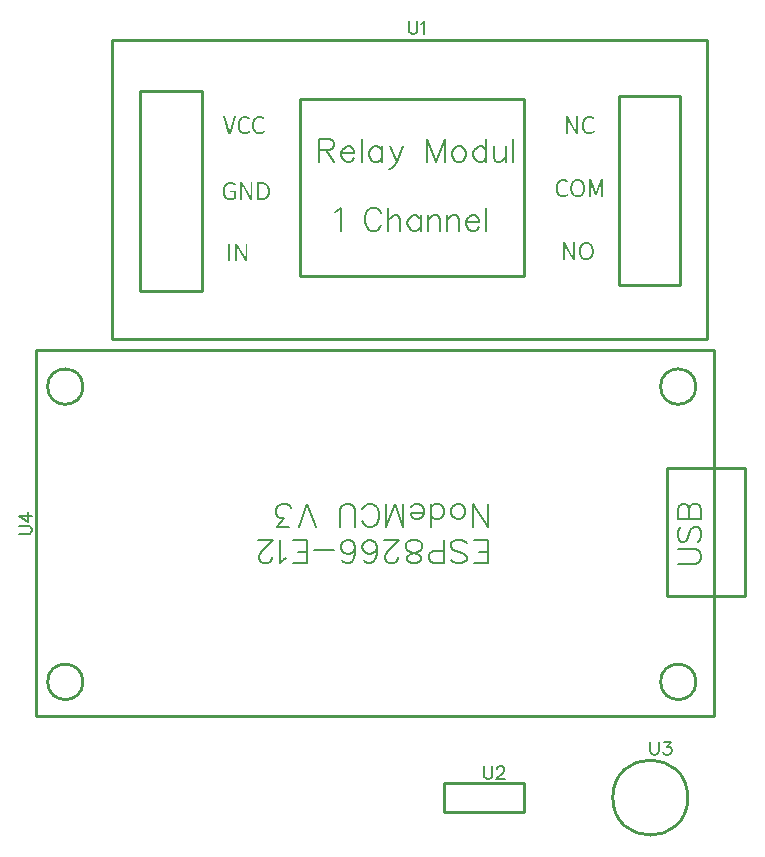
<source format=gto>
G04 Layer: TopSilkscreenLayer*
G04 EasyEDA v6.5.23, 2023-05-29 03:48:35*
G04 b1c44b26816341a292666476a3caf7de,51573694c6ad4d119dcc01f1d09fdc26,10*
G04 Gerber Generator version 0.2*
G04 Scale: 100 percent, Rotated: No, Reflected: No *
G04 Dimensions in millimeters *
G04 leading zeros omitted , absolute positions ,4 integer and 5 decimal *
%FSLAX45Y45*%
%MOMM*%

%ADD10C,0.1524*%
%ADD11C,0.2032*%
%ADD12C,0.2540*%

%LPD*%
G36*
X9639046Y6266434D02*
G01*
X9633508Y6266230D01*
X9628073Y6265570D01*
X9622840Y6264503D01*
X9617811Y6263030D01*
X9612985Y6261100D01*
X9608362Y6258814D01*
X9603994Y6256172D01*
X9599828Y6253073D01*
X9595916Y6249670D01*
X9592310Y6245860D01*
X9588957Y6241694D01*
X9585909Y6237173D01*
X9583166Y6232347D01*
X9580778Y6227165D01*
X9578695Y6221628D01*
X9576968Y6215837D01*
X9575596Y6209690D01*
X9574580Y6203238D01*
X9573971Y6196482D01*
X9573768Y6189472D01*
X9573971Y6182360D01*
X9574580Y6175603D01*
X9575546Y6169101D01*
X9576866Y6162954D01*
X9578594Y6157112D01*
X9580626Y6151575D01*
X9583013Y6146393D01*
X9585706Y6141516D01*
X9588703Y6137046D01*
X9591954Y6132880D01*
X9595510Y6129121D01*
X9599320Y6125718D01*
X9603384Y6122670D01*
X9607702Y6120028D01*
X9612223Y6117742D01*
X9616998Y6115862D01*
X9621926Y6114440D01*
X9627057Y6113373D01*
X9632340Y6112713D01*
X9637776Y6112510D01*
X9644786Y6112865D01*
X9651390Y6113932D01*
X9657537Y6115659D01*
X9663328Y6118047D01*
X9668764Y6121044D01*
X9673793Y6124702D01*
X9678568Y6128969D01*
X9682988Y6133846D01*
X9673844Y6144260D01*
X9670084Y6140399D01*
X9666173Y6136995D01*
X9662160Y6134100D01*
X9657892Y6131661D01*
X9653473Y6129731D01*
X9648748Y6128359D01*
X9643821Y6127546D01*
X9638538Y6127242D01*
X9633204Y6127546D01*
X9628124Y6128359D01*
X9623298Y6129731D01*
X9618776Y6131610D01*
X9614560Y6133998D01*
X9610648Y6136894D01*
X9607092Y6140246D01*
X9603841Y6144107D01*
X9600946Y6148374D01*
X9598355Y6153099D01*
X9596170Y6158230D01*
X9594342Y6163767D01*
X9592919Y6169710D01*
X9591903Y6176010D01*
X9591243Y6182715D01*
X9591040Y6189726D01*
X9591243Y6196736D01*
X9591903Y6203391D01*
X9592970Y6209690D01*
X9594494Y6215583D01*
X9596374Y6221120D01*
X9598609Y6226200D01*
X9601250Y6230874D01*
X9604197Y6235090D01*
X9607550Y6238900D01*
X9611207Y6242202D01*
X9615170Y6245047D01*
X9619437Y6247434D01*
X9624009Y6249263D01*
X9628835Y6250635D01*
X9633966Y6251448D01*
X9639300Y6251702D01*
X9648494Y6250635D01*
X9656673Y6247739D01*
X9663836Y6243218D01*
X9670034Y6237478D01*
X9679432Y6248400D01*
X9675977Y6251854D01*
X9672015Y6255207D01*
X9667595Y6258255D01*
X9662769Y6260947D01*
X9657486Y6263182D01*
X9651746Y6264960D01*
X9645599Y6266027D01*
G37*
G36*
X9761728Y6266434D02*
G01*
X9756190Y6266230D01*
X9750755Y6265570D01*
X9745522Y6264503D01*
X9740493Y6263030D01*
X9735667Y6261100D01*
X9731044Y6258814D01*
X9726676Y6256172D01*
X9722510Y6253073D01*
X9718598Y6249670D01*
X9714992Y6245860D01*
X9711639Y6241694D01*
X9708591Y6237173D01*
X9705848Y6232347D01*
X9703460Y6227165D01*
X9701377Y6221628D01*
X9699650Y6215837D01*
X9698278Y6209690D01*
X9697262Y6203238D01*
X9696653Y6196482D01*
X9696450Y6189472D01*
X9696653Y6182360D01*
X9697262Y6175603D01*
X9698228Y6169101D01*
X9699548Y6162954D01*
X9701276Y6157112D01*
X9703308Y6151575D01*
X9705695Y6146393D01*
X9708388Y6141516D01*
X9711385Y6137046D01*
X9714636Y6132880D01*
X9718192Y6129121D01*
X9722002Y6125718D01*
X9726066Y6122670D01*
X9730384Y6120028D01*
X9734905Y6117742D01*
X9739680Y6115862D01*
X9744608Y6114440D01*
X9749739Y6113373D01*
X9755022Y6112713D01*
X9760458Y6112510D01*
X9767468Y6112865D01*
X9774072Y6113932D01*
X9780270Y6115659D01*
X9786061Y6118047D01*
X9791496Y6121044D01*
X9796627Y6124702D01*
X9801402Y6128969D01*
X9805924Y6133846D01*
X9796526Y6144260D01*
X9792766Y6140399D01*
X9788855Y6136995D01*
X9784842Y6134100D01*
X9780574Y6131661D01*
X9776155Y6129731D01*
X9771430Y6128359D01*
X9766503Y6127546D01*
X9761220Y6127242D01*
X9755886Y6127546D01*
X9750806Y6128359D01*
X9745980Y6129731D01*
X9741458Y6131610D01*
X9737242Y6133998D01*
X9733330Y6136894D01*
X9729774Y6140246D01*
X9726523Y6144107D01*
X9723628Y6148374D01*
X9721037Y6153099D01*
X9718852Y6158230D01*
X9717024Y6163767D01*
X9715601Y6169710D01*
X9714585Y6176010D01*
X9713925Y6182715D01*
X9713722Y6189726D01*
X9713925Y6196736D01*
X9714585Y6203391D01*
X9715652Y6209690D01*
X9717176Y6215583D01*
X9719056Y6221120D01*
X9721291Y6226200D01*
X9723932Y6230874D01*
X9726879Y6235090D01*
X9730232Y6238900D01*
X9733889Y6242202D01*
X9737852Y6245047D01*
X9742119Y6247434D01*
X9746691Y6249263D01*
X9751517Y6250635D01*
X9756648Y6251448D01*
X9761982Y6251702D01*
X9771176Y6250635D01*
X9779355Y6247739D01*
X9786518Y6243218D01*
X9792716Y6237478D01*
X9802114Y6248400D01*
X9798710Y6251854D01*
X9794798Y6255207D01*
X9790430Y6258255D01*
X9785553Y6260947D01*
X9780219Y6263182D01*
X9774478Y6264960D01*
X9768281Y6266027D01*
G37*
G36*
X9449308Y6263894D02*
G01*
X9497060Y6115050D01*
X9516364Y6115050D01*
X9563862Y6263894D01*
X9546844Y6263894D01*
X9509302Y6138976D01*
X9507220Y6132576D01*
X9506458Y6132576D01*
X9499041Y6157061D01*
X9491980Y6181598D01*
X9466834Y6263894D01*
G37*
G36*
X9515602Y5707634D02*
G01*
X9509760Y5707430D01*
X9504121Y5706770D01*
X9498685Y5705703D01*
X9493453Y5704230D01*
X9488424Y5702300D01*
X9483648Y5700014D01*
X9479076Y5697372D01*
X9474809Y5694273D01*
X9470796Y5690870D01*
X9467037Y5687060D01*
X9463633Y5682894D01*
X9460484Y5678373D01*
X9457690Y5673547D01*
X9455200Y5668365D01*
X9453067Y5662828D01*
X9451289Y5657037D01*
X9449866Y5650890D01*
X9448850Y5644438D01*
X9448241Y5637682D01*
X9448038Y5630672D01*
X9448241Y5623560D01*
X9448850Y5616803D01*
X9449816Y5610301D01*
X9451187Y5604154D01*
X9452914Y5598312D01*
X9454997Y5592775D01*
X9457436Y5587593D01*
X9460179Y5582716D01*
X9463227Y5578246D01*
X9466630Y5574080D01*
X9470288Y5570321D01*
X9474200Y5566918D01*
X9478416Y5563870D01*
X9482886Y5561228D01*
X9487560Y5558942D01*
X9492538Y5557062D01*
X9497669Y5555640D01*
X9503054Y5554573D01*
X9508591Y5553913D01*
X9514332Y5553710D01*
X9521596Y5554014D01*
X9528454Y5554980D01*
X9534956Y5556504D01*
X9540951Y5558485D01*
X9546488Y5560974D01*
X9551517Y5563870D01*
X9555937Y5567172D01*
X9559798Y5570728D01*
X9559798Y5632450D01*
X9511792Y5632450D01*
X9511792Y5618480D01*
X9544304Y5618480D01*
X9544304Y5577840D01*
X9538868Y5573928D01*
X9531959Y5570931D01*
X9524136Y5569102D01*
X9515856Y5568442D01*
X9509963Y5568746D01*
X9504426Y5569559D01*
X9499193Y5570931D01*
X9494367Y5572810D01*
X9489846Y5575198D01*
X9485680Y5578094D01*
X9481921Y5581446D01*
X9478467Y5585307D01*
X9475470Y5589574D01*
X9472777Y5594299D01*
X9470542Y5599430D01*
X9468662Y5604967D01*
X9467189Y5610910D01*
X9466173Y5617210D01*
X9465513Y5623915D01*
X9465310Y5630926D01*
X9465564Y5637936D01*
X9466224Y5644591D01*
X9467342Y5650890D01*
X9468866Y5656783D01*
X9470847Y5662320D01*
X9473184Y5667400D01*
X9475927Y5672074D01*
X9479076Y5676290D01*
X9482531Y5680100D01*
X9486341Y5683402D01*
X9490506Y5686247D01*
X9494977Y5688634D01*
X9499803Y5690463D01*
X9504883Y5691835D01*
X9510217Y5692648D01*
X9515856Y5692902D01*
X9526473Y5691784D01*
X9535312Y5688736D01*
X9542576Y5684215D01*
X9548622Y5678678D01*
X9558020Y5689600D01*
X9554565Y5692851D01*
X9550654Y5696051D01*
X9546234Y5699099D01*
X9541306Y5701842D01*
X9535769Y5704179D01*
X9529673Y5706008D01*
X9522968Y5707227D01*
G37*
G36*
X9595866Y5705094D02*
G01*
X9595866Y5556250D01*
X9611614Y5556250D01*
X9611563Y5643575D01*
X9610902Y5660694D01*
X9609582Y5682996D01*
X9610598Y5682996D01*
X9626854Y5652516D01*
X9682734Y5556250D01*
X9700260Y5556250D01*
X9700260Y5705094D01*
X9684258Y5705094D01*
X9684308Y5618835D01*
X9685375Y5595366D01*
X9686544Y5578094D01*
X9685528Y5578094D01*
X9669272Y5608574D01*
X9613138Y5705094D01*
G37*
G36*
X9741662Y5705094D02*
G01*
X9741662Y5691124D01*
X9776968Y5691124D01*
X9783521Y5690870D01*
X9789617Y5690108D01*
X9795306Y5688838D01*
X9800539Y5687110D01*
X9805365Y5684875D01*
X9809784Y5682183D01*
X9813747Y5679033D01*
X9817303Y5675426D01*
X9820402Y5671362D01*
X9823094Y5666892D01*
X9825380Y5661964D01*
X9827260Y5656630D01*
X9828682Y5650839D01*
X9829749Y5644692D01*
X9830358Y5638139D01*
X9830562Y5631180D01*
X9830358Y5624271D01*
X9829749Y5617667D01*
X9828682Y5611469D01*
X9827260Y5605627D01*
X9825380Y5600192D01*
X9823094Y5595162D01*
X9820402Y5590540D01*
X9817303Y5586374D01*
X9813747Y5582615D01*
X9809784Y5579364D01*
X9805365Y5576519D01*
X9800539Y5574233D01*
X9795306Y5572353D01*
X9789617Y5571032D01*
X9783521Y5570220D01*
X9776968Y5569966D01*
X9758680Y5569966D01*
X9758680Y5691124D01*
X9741662Y5691124D01*
X9741662Y5556250D01*
X9779000Y5556250D01*
X9785604Y5556453D01*
X9791852Y5557062D01*
X9797796Y5558129D01*
X9803434Y5559552D01*
X9808718Y5561380D01*
X9813696Y5563616D01*
X9818319Y5566206D01*
X9822637Y5569153D01*
X9826650Y5572506D01*
X9830257Y5576214D01*
X9833559Y5580227D01*
X9836556Y5584596D01*
X9839198Y5589320D01*
X9841484Y5594400D01*
X9843414Y5599734D01*
X9844989Y5605424D01*
X9846208Y5611418D01*
X9847122Y5617718D01*
X9847630Y5624322D01*
X9847834Y5631180D01*
X9847630Y5638038D01*
X9847122Y5644591D01*
X9846208Y5650890D01*
X9844989Y5656834D01*
X9843363Y5662422D01*
X9841433Y5667756D01*
X9839147Y5672734D01*
X9836505Y5677408D01*
X9833508Y5681675D01*
X9830206Y5685688D01*
X9826498Y5689295D01*
X9822484Y5692546D01*
X9818116Y5695442D01*
X9813442Y5697982D01*
X9808413Y5700115D01*
X9803028Y5701893D01*
X9797338Y5703265D01*
X9791293Y5704281D01*
X9784943Y5704890D01*
X9778238Y5705094D01*
G37*
G36*
X9495028Y5184394D02*
G01*
X9495028Y5035550D01*
X9511792Y5035550D01*
X9511792Y5184394D01*
G37*
G36*
X9553194Y5184394D02*
G01*
X9553194Y5035550D01*
X9569196Y5035550D01*
X9569145Y5122875D01*
X9568484Y5139994D01*
X9567164Y5162296D01*
X9568180Y5162296D01*
X9584436Y5131816D01*
X9640316Y5035550D01*
X9657588Y5035550D01*
X9657588Y5184394D01*
X9641586Y5184394D01*
X9641636Y5098135D01*
X9642703Y5074666D01*
X9643872Y5057394D01*
X9642856Y5057394D01*
X9626854Y5087874D01*
X9570466Y5184394D01*
G37*
G36*
X12554712Y6266434D02*
G01*
X12549174Y6266230D01*
X12543739Y6265570D01*
X12538557Y6264503D01*
X12533528Y6263030D01*
X12528702Y6261100D01*
X12524079Y6258814D01*
X12519710Y6256172D01*
X12515596Y6253073D01*
X12511684Y6249670D01*
X12508077Y6245860D01*
X12504775Y6241694D01*
X12501727Y6237173D01*
X12499035Y6232347D01*
X12496647Y6227165D01*
X12494564Y6221628D01*
X12492837Y6215837D01*
X12491466Y6209690D01*
X12490500Y6203238D01*
X12489891Y6196482D01*
X12489688Y6189472D01*
X12489891Y6182360D01*
X12490500Y6175603D01*
X12491466Y6169101D01*
X12492786Y6162954D01*
X12494514Y6157112D01*
X12496546Y6151575D01*
X12498933Y6146393D01*
X12501626Y6141516D01*
X12504623Y6137046D01*
X12507874Y6132880D01*
X12511430Y6129121D01*
X12515240Y6125718D01*
X12519304Y6122670D01*
X12523622Y6120028D01*
X12528143Y6117742D01*
X12532918Y6115862D01*
X12537846Y6114440D01*
X12542977Y6113373D01*
X12548260Y6112713D01*
X12553696Y6112510D01*
X12560706Y6112865D01*
X12567259Y6113932D01*
X12573406Y6115659D01*
X12579146Y6118047D01*
X12584582Y6121044D01*
X12589611Y6124702D01*
X12594386Y6128969D01*
X12598908Y6133846D01*
X12589510Y6144260D01*
X12585801Y6140399D01*
X12581991Y6136995D01*
X12577978Y6134100D01*
X12573812Y6131661D01*
X12569342Y6129731D01*
X12564668Y6128359D01*
X12559741Y6127546D01*
X12554458Y6127242D01*
X12549124Y6127546D01*
X12544044Y6128359D01*
X12539218Y6129731D01*
X12534696Y6131610D01*
X12530480Y6133998D01*
X12526568Y6136894D01*
X12523012Y6140246D01*
X12519761Y6144107D01*
X12516866Y6148374D01*
X12514275Y6153099D01*
X12512090Y6158230D01*
X12510262Y6163767D01*
X12508839Y6169710D01*
X12507823Y6176010D01*
X12507163Y6182715D01*
X12506960Y6189726D01*
X12507163Y6196736D01*
X12507823Y6203391D01*
X12508890Y6209690D01*
X12510363Y6215583D01*
X12512243Y6221120D01*
X12514529Y6226200D01*
X12517120Y6230874D01*
X12520117Y6235090D01*
X12523419Y6238900D01*
X12527076Y6242202D01*
X12530988Y6245047D01*
X12535255Y6247434D01*
X12539776Y6249263D01*
X12544602Y6250635D01*
X12549632Y6251448D01*
X12554966Y6251702D01*
X12564160Y6250635D01*
X12572390Y6247739D01*
X12579604Y6243218D01*
X12585954Y6237478D01*
X12595352Y6248400D01*
X12591897Y6251854D01*
X12587935Y6255207D01*
X12583515Y6258255D01*
X12578638Y6260947D01*
X12573355Y6263182D01*
X12567564Y6264960D01*
X12561366Y6266027D01*
G37*
G36*
X12352528Y6263894D02*
G01*
X12352528Y6115050D01*
X12368276Y6115050D01*
X12368225Y6202375D01*
X12367564Y6219494D01*
X12366244Y6241796D01*
X12367260Y6241796D01*
X12383516Y6211316D01*
X12439396Y6115050D01*
X12456922Y6115050D01*
X12456922Y6263894D01*
X12440920Y6263894D01*
X12440970Y6177635D01*
X12441275Y6165900D01*
X12442952Y6136894D01*
X12441936Y6136894D01*
X12425934Y6167374D01*
X12369800Y6263894D01*
G37*
G36*
X12332716Y5733034D02*
G01*
X12327178Y5732830D01*
X12321743Y5732170D01*
X12316510Y5731103D01*
X12311481Y5729630D01*
X12306655Y5727700D01*
X12302032Y5725414D01*
X12297664Y5722772D01*
X12293498Y5719673D01*
X12289586Y5716270D01*
X12285980Y5712460D01*
X12282627Y5708294D01*
X12279579Y5703773D01*
X12276836Y5698947D01*
X12274448Y5693765D01*
X12272365Y5688228D01*
X12270638Y5682437D01*
X12269266Y5676290D01*
X12268250Y5669838D01*
X12267641Y5663082D01*
X12267438Y5656072D01*
X12267641Y5648960D01*
X12268250Y5642203D01*
X12269216Y5635701D01*
X12270536Y5629554D01*
X12272264Y5623712D01*
X12274296Y5618175D01*
X12276683Y5612993D01*
X12279376Y5608116D01*
X12282373Y5603646D01*
X12285624Y5599480D01*
X12289180Y5595721D01*
X12292990Y5592318D01*
X12297054Y5589270D01*
X12301372Y5586628D01*
X12305893Y5584342D01*
X12310668Y5582462D01*
X12315596Y5581040D01*
X12320727Y5579973D01*
X12326010Y5579313D01*
X12331446Y5579110D01*
X12338456Y5579465D01*
X12345060Y5580532D01*
X12351258Y5582259D01*
X12357049Y5584647D01*
X12362484Y5587644D01*
X12367615Y5591302D01*
X12372390Y5595569D01*
X12376912Y5600446D01*
X12367514Y5610860D01*
X12363754Y5606999D01*
X12359843Y5603595D01*
X12355830Y5600700D01*
X12351562Y5598261D01*
X12347143Y5596331D01*
X12342418Y5594959D01*
X12337491Y5594146D01*
X12332208Y5593842D01*
X12326874Y5594146D01*
X12321794Y5594959D01*
X12316968Y5596331D01*
X12312446Y5598210D01*
X12308230Y5600598D01*
X12304318Y5603494D01*
X12300762Y5606846D01*
X12297511Y5610707D01*
X12294616Y5614974D01*
X12292025Y5619699D01*
X12289840Y5624830D01*
X12288012Y5630367D01*
X12286589Y5636310D01*
X12285573Y5642610D01*
X12284913Y5649315D01*
X12284710Y5656326D01*
X12284913Y5663336D01*
X12285573Y5669991D01*
X12286640Y5676290D01*
X12288164Y5682183D01*
X12290044Y5687720D01*
X12292279Y5692800D01*
X12294920Y5697474D01*
X12297867Y5701690D01*
X12301220Y5705500D01*
X12304877Y5708802D01*
X12308840Y5711647D01*
X12313107Y5714034D01*
X12317679Y5715863D01*
X12322505Y5717235D01*
X12327636Y5718048D01*
X12332970Y5718302D01*
X12342164Y5717235D01*
X12350343Y5714339D01*
X12357506Y5709818D01*
X12363704Y5704078D01*
X12373102Y5715000D01*
X12369698Y5718454D01*
X12365786Y5721807D01*
X12361418Y5724855D01*
X12356541Y5727547D01*
X12351207Y5729782D01*
X12345466Y5731560D01*
X12339269Y5732627D01*
G37*
G36*
X12453112Y5733034D02*
G01*
X12447676Y5732830D01*
X12442393Y5732170D01*
X12437313Y5731103D01*
X12432436Y5729630D01*
X12427712Y5727750D01*
X12423241Y5725515D01*
X12419025Y5722823D01*
X12415012Y5719826D01*
X12411303Y5716371D01*
X12407798Y5712612D01*
X12404598Y5708497D01*
X12401702Y5704027D01*
X12399060Y5699201D01*
X12396774Y5694019D01*
X12394793Y5688584D01*
X12393117Y5682792D01*
X12391847Y5676646D01*
X12390882Y5670245D01*
X12390323Y5663539D01*
X12390120Y5656580D01*
X12407392Y5656580D01*
X12407595Y5663539D01*
X12408255Y5670194D01*
X12409271Y5676442D01*
X12410694Y5682284D01*
X12412472Y5687771D01*
X12414605Y5692851D01*
X12417145Y5697524D01*
X12419939Y5701741D01*
X12423140Y5705500D01*
X12426594Y5708802D01*
X12430353Y5711647D01*
X12434417Y5714034D01*
X12438684Y5715863D01*
X12443256Y5717235D01*
X12448082Y5718048D01*
X12453112Y5718302D01*
X12458141Y5718048D01*
X12462967Y5717235D01*
X12467539Y5715863D01*
X12471806Y5714034D01*
X12475870Y5711647D01*
X12479629Y5708802D01*
X12483084Y5705500D01*
X12486284Y5701741D01*
X12489078Y5697524D01*
X12491618Y5692851D01*
X12493752Y5687771D01*
X12495530Y5682284D01*
X12496952Y5676442D01*
X12497968Y5670194D01*
X12498628Y5663539D01*
X12498832Y5656580D01*
X12498628Y5649620D01*
X12497968Y5642965D01*
X12496952Y5636666D01*
X12495530Y5630722D01*
X12493752Y5625134D01*
X12491618Y5620004D01*
X12489078Y5615228D01*
X12486284Y5610910D01*
X12483084Y5607050D01*
X12479629Y5603646D01*
X12475870Y5600700D01*
X12471806Y5598312D01*
X12467539Y5596382D01*
X12462967Y5594959D01*
X12458141Y5594146D01*
X12453112Y5593842D01*
X12448082Y5594146D01*
X12443256Y5594959D01*
X12438684Y5596382D01*
X12434417Y5598312D01*
X12430353Y5600700D01*
X12426594Y5603646D01*
X12423140Y5607050D01*
X12419939Y5610910D01*
X12417145Y5615228D01*
X12414605Y5620004D01*
X12412472Y5625134D01*
X12410694Y5630722D01*
X12409271Y5636666D01*
X12408255Y5642965D01*
X12407595Y5649620D01*
X12407392Y5656580D01*
X12390120Y5656580D01*
X12390323Y5649569D01*
X12390882Y5642864D01*
X12391847Y5636412D01*
X12393117Y5630265D01*
X12394793Y5624423D01*
X12396774Y5618886D01*
X12399060Y5613704D01*
X12401702Y5608777D01*
X12404598Y5604256D01*
X12407798Y5600039D01*
X12411303Y5596178D01*
X12415012Y5592724D01*
X12419025Y5589574D01*
X12423241Y5586882D01*
X12427712Y5584545D01*
X12432436Y5582615D01*
X12437313Y5581091D01*
X12442393Y5579973D01*
X12447676Y5579313D01*
X12453112Y5579110D01*
X12458547Y5579313D01*
X12463830Y5579973D01*
X12468910Y5581091D01*
X12473787Y5582615D01*
X12478512Y5584545D01*
X12482982Y5586882D01*
X12487198Y5589574D01*
X12491212Y5592724D01*
X12494920Y5596178D01*
X12498425Y5600039D01*
X12501626Y5604256D01*
X12504521Y5608777D01*
X12507163Y5613704D01*
X12509449Y5618886D01*
X12511430Y5624423D01*
X12513106Y5630265D01*
X12514376Y5636412D01*
X12515342Y5642864D01*
X12515900Y5649569D01*
X12516104Y5656580D01*
X12515900Y5663539D01*
X12515342Y5670245D01*
X12514376Y5676646D01*
X12513106Y5682792D01*
X12511430Y5688584D01*
X12509449Y5694019D01*
X12507163Y5699201D01*
X12504521Y5704027D01*
X12501626Y5708497D01*
X12498425Y5712612D01*
X12494920Y5716371D01*
X12491212Y5719826D01*
X12487198Y5722823D01*
X12482982Y5725515D01*
X12478512Y5727750D01*
X12473787Y5729630D01*
X12468910Y5731103D01*
X12463830Y5732170D01*
X12458547Y5732830D01*
G37*
G36*
X12548616Y5730494D02*
G01*
X12548616Y5581650D01*
X12563856Y5581650D01*
X12563805Y5672480D01*
X12563500Y5683351D01*
X12561824Y5710682D01*
X12562840Y5710682D01*
X12574524Y5676900D01*
X12603734Y5596890D01*
X12615418Y5596890D01*
X12644374Y5676900D01*
X12656312Y5710682D01*
X12657074Y5710682D01*
X12655245Y5677763D01*
X12655042Y5667502D01*
X12655042Y5581650D01*
X12670536Y5581650D01*
X12670536Y5730494D01*
X12649962Y5730494D01*
X12620752Y5649214D01*
X12610592Y5617464D01*
X12609576Y5617464D01*
X12598654Y5649214D01*
X12569444Y5730494D01*
G37*
G36*
X12527026Y5199634D02*
G01*
X12521590Y5199430D01*
X12516307Y5198770D01*
X12511227Y5197703D01*
X12506350Y5196230D01*
X12501676Y5194350D01*
X12497257Y5192115D01*
X12492990Y5189423D01*
X12489027Y5186426D01*
X12485319Y5182971D01*
X12481864Y5179212D01*
X12478664Y5175097D01*
X12475768Y5170627D01*
X12473178Y5165801D01*
X12470892Y5160619D01*
X12468910Y5155184D01*
X12467285Y5149392D01*
X12465964Y5143246D01*
X12465050Y5136845D01*
X12464491Y5130139D01*
X12464288Y5123180D01*
X12481560Y5123180D01*
X12481763Y5130139D01*
X12482372Y5136794D01*
X12483388Y5143042D01*
X12484811Y5148884D01*
X12486589Y5154371D01*
X12488722Y5159451D01*
X12491212Y5164124D01*
X12494006Y5168341D01*
X12497155Y5172100D01*
X12500610Y5175402D01*
X12504318Y5178247D01*
X12508331Y5180634D01*
X12512649Y5182463D01*
X12517221Y5183835D01*
X12521996Y5184648D01*
X12527026Y5184902D01*
X12532106Y5184648D01*
X12536932Y5183835D01*
X12541504Y5182463D01*
X12545872Y5180634D01*
X12549886Y5178247D01*
X12553645Y5175402D01*
X12557099Y5172100D01*
X12560249Y5168341D01*
X12563094Y5164124D01*
X12565583Y5159451D01*
X12567716Y5154371D01*
X12569494Y5148884D01*
X12570917Y5143042D01*
X12571933Y5136794D01*
X12572542Y5130139D01*
X12572746Y5123180D01*
X12572542Y5116220D01*
X12571933Y5109565D01*
X12570917Y5103266D01*
X12569494Y5097322D01*
X12567716Y5091734D01*
X12565583Y5086604D01*
X12563094Y5081828D01*
X12560249Y5077510D01*
X12557099Y5073650D01*
X12553645Y5070246D01*
X12549886Y5067300D01*
X12545872Y5064912D01*
X12541504Y5062982D01*
X12536932Y5061559D01*
X12532106Y5060746D01*
X12527026Y5060442D01*
X12521996Y5060746D01*
X12517221Y5061559D01*
X12512649Y5062982D01*
X12508331Y5064912D01*
X12504318Y5067300D01*
X12500610Y5070246D01*
X12497155Y5073650D01*
X12494006Y5077510D01*
X12491212Y5081828D01*
X12488722Y5086604D01*
X12486589Y5091734D01*
X12484811Y5097322D01*
X12483388Y5103266D01*
X12482372Y5109565D01*
X12481763Y5116220D01*
X12481560Y5123180D01*
X12464288Y5123180D01*
X12464491Y5116169D01*
X12465050Y5109464D01*
X12465964Y5103012D01*
X12467285Y5096865D01*
X12468910Y5091023D01*
X12470892Y5085486D01*
X12473178Y5080304D01*
X12475768Y5075377D01*
X12478664Y5070856D01*
X12481864Y5066639D01*
X12485319Y5062778D01*
X12489027Y5059324D01*
X12492990Y5056174D01*
X12497257Y5053482D01*
X12501676Y5051145D01*
X12506350Y5049215D01*
X12511227Y5047691D01*
X12516307Y5046573D01*
X12521590Y5045913D01*
X12527026Y5045710D01*
X12532461Y5045913D01*
X12537744Y5046573D01*
X12542824Y5047691D01*
X12547701Y5049215D01*
X12552426Y5051145D01*
X12556896Y5053482D01*
X12561112Y5056174D01*
X12565126Y5059324D01*
X12568834Y5062778D01*
X12572339Y5066639D01*
X12575540Y5070856D01*
X12578435Y5075377D01*
X12581077Y5080304D01*
X12583363Y5085486D01*
X12585344Y5091023D01*
X12587020Y5096865D01*
X12588290Y5103012D01*
X12589256Y5109464D01*
X12589814Y5116169D01*
X12590018Y5123180D01*
X12589814Y5130139D01*
X12589256Y5136845D01*
X12588290Y5143246D01*
X12587020Y5149392D01*
X12585344Y5155184D01*
X12583363Y5160619D01*
X12581077Y5165801D01*
X12578435Y5170627D01*
X12575540Y5175097D01*
X12572339Y5179212D01*
X12568834Y5182971D01*
X12565126Y5186426D01*
X12561112Y5189423D01*
X12556896Y5192115D01*
X12552426Y5194350D01*
X12547701Y5196230D01*
X12542824Y5197703D01*
X12537744Y5198770D01*
X12532461Y5199430D01*
G37*
G36*
X12327128Y5197094D02*
G01*
X12327128Y5048250D01*
X12342876Y5048250D01*
X12342825Y5135575D01*
X12342164Y5152694D01*
X12340844Y5174996D01*
X12341860Y5174996D01*
X12358116Y5144516D01*
X12413996Y5048250D01*
X12431522Y5048250D01*
X12431522Y5197094D01*
X12415520Y5197094D01*
X12415570Y5110835D01*
X12415875Y5099100D01*
X12417552Y5070094D01*
X12416536Y5070094D01*
X12400534Y5100574D01*
X12344400Y5197094D01*
G37*
D10*
X11658600Y763015D02*
G01*
X11658600Y685037D01*
X11663679Y669544D01*
X11674093Y659129D01*
X11689841Y654050D01*
X11700256Y654050D01*
X11715750Y659129D01*
X11726163Y669544D01*
X11731243Y685037D01*
X11731243Y763015D01*
X11770868Y737107D02*
G01*
X11770868Y742187D01*
X11775947Y752602D01*
X11781281Y757936D01*
X11791695Y763015D01*
X11812270Y763015D01*
X11822684Y757936D01*
X11828018Y752602D01*
X11833097Y742187D01*
X11833097Y731773D01*
X11828018Y721360D01*
X11817604Y705865D01*
X11765534Y654050D01*
X11838431Y654050D01*
X13068300Y966215D02*
G01*
X13068300Y888237D01*
X13073379Y872744D01*
X13083793Y862329D01*
X13099541Y857250D01*
X13109956Y857250D01*
X13125450Y862329D01*
X13135863Y872744D01*
X13140943Y888237D01*
X13140943Y966215D01*
X13185647Y966215D02*
G01*
X13242797Y966215D01*
X13211809Y924560D01*
X13227304Y924560D01*
X13237718Y919479D01*
X13242797Y914400D01*
X13248131Y898652D01*
X13248131Y888237D01*
X13242797Y872744D01*
X13232384Y862329D01*
X13216890Y857250D01*
X13201395Y857250D01*
X13185647Y862329D01*
X13180568Y867410D01*
X13175234Y877823D01*
X7724581Y2724500D02*
G01*
X7802559Y2724500D01*
X7818053Y2729580D01*
X7828467Y2739994D01*
X7833547Y2755742D01*
X7833547Y2766156D01*
X7828467Y2781650D01*
X7818053Y2792064D01*
X7802559Y2797144D01*
X7724581Y2797144D01*
X7724581Y2883504D02*
G01*
X7797225Y2831434D01*
X7797225Y2909412D01*
X7724581Y2883504D02*
G01*
X7833547Y2883504D01*
D11*
X11693852Y2483185D02*
G01*
X11693852Y2676987D01*
X11693852Y2483185D02*
G01*
X11573710Y2483185D01*
X11693852Y2575387D02*
G01*
X11619938Y2575387D01*
X11693852Y2676987D02*
G01*
X11573710Y2676987D01*
X11383464Y2510871D02*
G01*
X11402006Y2492329D01*
X11429692Y2483185D01*
X11466522Y2483185D01*
X11494462Y2492329D01*
X11512750Y2510871D01*
X11512750Y2529159D01*
X11503606Y2547701D01*
X11494462Y2557099D01*
X11475920Y2566243D01*
X11420548Y2584785D01*
X11402006Y2593929D01*
X11392862Y2603073D01*
X11383464Y2621615D01*
X11383464Y2649301D01*
X11402006Y2667843D01*
X11429692Y2676987D01*
X11466522Y2676987D01*
X11494462Y2667843D01*
X11512750Y2649301D01*
X11322504Y2483185D02*
G01*
X11322504Y2676987D01*
X11322504Y2483185D02*
G01*
X11239446Y2483185D01*
X11211760Y2492329D01*
X11202362Y2501473D01*
X11193218Y2520015D01*
X11193218Y2547701D01*
X11202362Y2566243D01*
X11211760Y2575387D01*
X11239446Y2584785D01*
X11322504Y2584785D01*
X11086030Y2483185D02*
G01*
X11113716Y2492329D01*
X11123114Y2510871D01*
X11123114Y2529159D01*
X11113716Y2547701D01*
X11095428Y2557099D01*
X11058344Y2566243D01*
X11030658Y2575387D01*
X11012116Y2593929D01*
X11002972Y2612471D01*
X11002972Y2640157D01*
X11012116Y2658699D01*
X11021514Y2667843D01*
X11049200Y2676987D01*
X11086030Y2676987D01*
X11113716Y2667843D01*
X11123114Y2658699D01*
X11132258Y2640157D01*
X11132258Y2612471D01*
X11123114Y2593929D01*
X11104572Y2575387D01*
X11076886Y2566243D01*
X11039802Y2557099D01*
X11021514Y2547701D01*
X11012116Y2529159D01*
X11012116Y2510871D01*
X11021514Y2492329D01*
X11049200Y2483185D01*
X11086030Y2483185D01*
X10932868Y2529159D02*
G01*
X10932868Y2520015D01*
X10923470Y2501473D01*
X10914326Y2492329D01*
X10895784Y2483185D01*
X10858954Y2483185D01*
X10840412Y2492329D01*
X10831268Y2501473D01*
X10821870Y2520015D01*
X10821870Y2538557D01*
X10831268Y2557099D01*
X10849556Y2584785D01*
X10942012Y2676987D01*
X10812726Y2676987D01*
X10641022Y2510871D02*
G01*
X10650166Y2492329D01*
X10677852Y2483185D01*
X10696394Y2483185D01*
X10724080Y2492329D01*
X10742622Y2520015D01*
X10751766Y2566243D01*
X10751766Y2612471D01*
X10742622Y2649301D01*
X10724080Y2667843D01*
X10696394Y2676987D01*
X10686996Y2676987D01*
X10659310Y2667843D01*
X10641022Y2649301D01*
X10631624Y2621615D01*
X10631624Y2612471D01*
X10641022Y2584785D01*
X10659310Y2566243D01*
X10686996Y2557099D01*
X10696394Y2557099D01*
X10724080Y2566243D01*
X10742622Y2584785D01*
X10751766Y2612471D01*
X10459920Y2510871D02*
G01*
X10469064Y2492329D01*
X10496750Y2483185D01*
X10515292Y2483185D01*
X10542978Y2492329D01*
X10561520Y2520015D01*
X10570664Y2566243D01*
X10570664Y2612471D01*
X10561520Y2649301D01*
X10542978Y2667843D01*
X10515292Y2676987D01*
X10506148Y2676987D01*
X10478462Y2667843D01*
X10459920Y2649301D01*
X10450522Y2621615D01*
X10450522Y2612471D01*
X10459920Y2584785D01*
X10478462Y2566243D01*
X10506148Y2557099D01*
X10515292Y2557099D01*
X10542978Y2566243D01*
X10561520Y2584785D01*
X10570664Y2612471D01*
X10389562Y2593929D02*
G01*
X10223446Y2593929D01*
X10162486Y2483185D02*
G01*
X10162486Y2676987D01*
X10162486Y2483185D02*
G01*
X10042344Y2483185D01*
X10162486Y2575387D02*
G01*
X10088572Y2575387D01*
X10162486Y2676987D02*
G01*
X10042344Y2676987D01*
X9981384Y2520015D02*
G01*
X9962842Y2510871D01*
X9935156Y2483185D01*
X9935156Y2676987D01*
X9865052Y2529159D02*
G01*
X9865052Y2520015D01*
X9855908Y2501473D01*
X9846510Y2492329D01*
X9828222Y2483185D01*
X9791138Y2483185D01*
X9772596Y2492329D01*
X9763452Y2501473D01*
X9754308Y2520015D01*
X9754308Y2538557D01*
X9763452Y2557099D01*
X9781994Y2584785D01*
X9874196Y2676987D01*
X9744910Y2676987D01*
X11693852Y2787985D02*
G01*
X11693852Y2981787D01*
X11693852Y2787985D02*
G01*
X11564566Y2981787D01*
X11564566Y2787985D02*
G01*
X11564566Y2981787D01*
X11457378Y2852501D02*
G01*
X11475920Y2861899D01*
X11494462Y2880187D01*
X11503606Y2907873D01*
X11503606Y2926415D01*
X11494462Y2954101D01*
X11475920Y2972643D01*
X11457378Y2981787D01*
X11429692Y2981787D01*
X11411150Y2972643D01*
X11392862Y2954101D01*
X11383464Y2926415D01*
X11383464Y2907873D01*
X11392862Y2880187D01*
X11411150Y2861899D01*
X11429692Y2852501D01*
X11457378Y2852501D01*
X11211760Y2787985D02*
G01*
X11211760Y2981787D01*
X11211760Y2880187D02*
G01*
X11230302Y2861899D01*
X11248590Y2852501D01*
X11276276Y2852501D01*
X11294818Y2861899D01*
X11313360Y2880187D01*
X11322504Y2907873D01*
X11322504Y2926415D01*
X11313360Y2954101D01*
X11294818Y2972643D01*
X11276276Y2981787D01*
X11248590Y2981787D01*
X11230302Y2972643D01*
X11211760Y2954101D01*
X11150800Y2907873D02*
G01*
X11039802Y2907873D01*
X11039802Y2889585D01*
X11049200Y2871043D01*
X11058344Y2861899D01*
X11076886Y2852501D01*
X11104572Y2852501D01*
X11123114Y2861899D01*
X11141402Y2880187D01*
X11150800Y2907873D01*
X11150800Y2926415D01*
X11141402Y2954101D01*
X11123114Y2972643D01*
X11104572Y2981787D01*
X11076886Y2981787D01*
X11058344Y2972643D01*
X11039802Y2954101D01*
X10978842Y2787985D02*
G01*
X10978842Y2981787D01*
X10978842Y2787985D02*
G01*
X10905182Y2981787D01*
X10831268Y2787985D02*
G01*
X10905182Y2981787D01*
X10831268Y2787985D02*
G01*
X10831268Y2981787D01*
X10631624Y2833959D02*
G01*
X10641022Y2815671D01*
X10659310Y2797129D01*
X10677852Y2787985D01*
X10714682Y2787985D01*
X10733224Y2797129D01*
X10751766Y2815671D01*
X10760910Y2833959D01*
X10770308Y2861899D01*
X10770308Y2907873D01*
X10760910Y2935559D01*
X10751766Y2954101D01*
X10733224Y2972643D01*
X10714682Y2981787D01*
X10677852Y2981787D01*
X10659310Y2972643D01*
X10641022Y2954101D01*
X10631624Y2935559D01*
X10570664Y2787985D02*
G01*
X10570664Y2926415D01*
X10561520Y2954101D01*
X10542978Y2972643D01*
X10515292Y2981787D01*
X10496750Y2981787D01*
X10469064Y2972643D01*
X10450522Y2954101D01*
X10441378Y2926415D01*
X10441378Y2787985D01*
X10238178Y2787985D02*
G01*
X10164264Y2981787D01*
X10090350Y2787985D02*
G01*
X10164264Y2981787D01*
X10011102Y2787985D02*
G01*
X9909502Y2787985D01*
X9964874Y2861899D01*
X9937188Y2861899D01*
X9918646Y2871043D01*
X9909502Y2880187D01*
X9900104Y2907873D01*
X9900104Y2926415D01*
X9909502Y2954101D01*
X9927790Y2972643D01*
X9955476Y2981787D01*
X9983162Y2981787D01*
X10011102Y2972643D01*
X10020246Y2963499D01*
X10029390Y2944957D01*
X13304453Y2470500D02*
G01*
X13442883Y2470500D01*
X13470569Y2479644D01*
X13489111Y2498186D01*
X13498255Y2525872D01*
X13498255Y2544414D01*
X13489111Y2572100D01*
X13470569Y2590642D01*
X13442883Y2599786D01*
X13304453Y2599786D01*
X13332139Y2790032D02*
G01*
X13313597Y2771490D01*
X13304453Y2743804D01*
X13304453Y2706974D01*
X13313597Y2679288D01*
X13332139Y2660746D01*
X13350427Y2660746D01*
X13368969Y2669890D01*
X13378367Y2679288D01*
X13387511Y2697830D01*
X13406053Y2753202D01*
X13415197Y2771490D01*
X13424341Y2780888D01*
X13442883Y2790032D01*
X13470569Y2790032D01*
X13489111Y2771490D01*
X13498255Y2743804D01*
X13498255Y2706974D01*
X13489111Y2679288D01*
X13470569Y2660746D01*
X13304453Y2850992D02*
G01*
X13498255Y2850992D01*
X13304453Y2850992D02*
G01*
X13304453Y2934050D01*
X13313597Y2961990D01*
X13322741Y2971134D01*
X13341283Y2980278D01*
X13359825Y2980278D01*
X13378367Y2971134D01*
X13387511Y2961990D01*
X13396655Y2934050D01*
X13396655Y2850992D02*
G01*
X13396655Y2934050D01*
X13406053Y2961990D01*
X13415197Y2971134D01*
X13433739Y2980278D01*
X13461425Y2980278D01*
X13479967Y2971134D01*
X13489111Y2961990D01*
X13498255Y2934050D01*
X13498255Y2850992D01*
D10*
X11023600Y7068565D02*
G01*
X11023600Y6990587D01*
X11028679Y6975094D01*
X11039093Y6964679D01*
X11054841Y6959600D01*
X11065256Y6959600D01*
X11080750Y6964679D01*
X11091163Y6975094D01*
X11096243Y6990587D01*
X11096243Y7068565D01*
X11130534Y7047737D02*
G01*
X11140947Y7053071D01*
X11156695Y7068565D01*
X11156695Y6959600D01*
D11*
X10261600Y6072378D02*
G01*
X10261600Y5878576D01*
X10261600Y6072378D02*
G01*
X10344658Y6072378D01*
X10372343Y6063234D01*
X10381741Y6054089D01*
X10390886Y6035547D01*
X10390886Y6017005D01*
X10381741Y5998463D01*
X10372343Y5989320D01*
X10344658Y5980176D01*
X10261600Y5980176D01*
X10326370Y5980176D02*
G01*
X10390886Y5878576D01*
X10451845Y5952489D02*
G01*
X10562590Y5952489D01*
X10562590Y5970778D01*
X10553445Y5989320D01*
X10544302Y5998463D01*
X10525759Y6007862D01*
X10498074Y6007862D01*
X10479531Y5998463D01*
X10460990Y5980176D01*
X10451845Y5952489D01*
X10451845Y5933947D01*
X10460990Y5906262D01*
X10479531Y5887720D01*
X10498074Y5878576D01*
X10525759Y5878576D01*
X10544302Y5887720D01*
X10562590Y5906262D01*
X10623550Y6072378D02*
G01*
X10623550Y5878576D01*
X10795508Y6007862D02*
G01*
X10795508Y5878576D01*
X10795508Y5980176D02*
G01*
X10776965Y5998463D01*
X10758424Y6007862D01*
X10730738Y6007862D01*
X10712450Y5998463D01*
X10693908Y5980176D01*
X10684509Y5952489D01*
X10684509Y5933947D01*
X10693908Y5906262D01*
X10712450Y5887720D01*
X10730738Y5878576D01*
X10758424Y5878576D01*
X10776965Y5887720D01*
X10795508Y5906262D01*
X10865611Y6007862D02*
G01*
X10920984Y5878576D01*
X10976609Y6007862D02*
G01*
X10920984Y5878576D01*
X10902695Y5841492D01*
X10884154Y5822950D01*
X10865611Y5813805D01*
X10856468Y5813805D01*
X11179809Y6072378D02*
G01*
X11179809Y5878576D01*
X11179809Y6072378D02*
G01*
X11253470Y5878576D01*
X11327384Y6072378D02*
G01*
X11253470Y5878576D01*
X11327384Y6072378D02*
G01*
X11327384Y5878576D01*
X11434572Y6007862D02*
G01*
X11416029Y5998463D01*
X11397741Y5980176D01*
X11388343Y5952489D01*
X11388343Y5933947D01*
X11397741Y5906262D01*
X11416029Y5887720D01*
X11434572Y5878576D01*
X11462258Y5878576D01*
X11480800Y5887720D01*
X11499341Y5906262D01*
X11508486Y5933947D01*
X11508486Y5952489D01*
X11499341Y5980176D01*
X11480800Y5998463D01*
X11462258Y6007862D01*
X11434572Y6007862D01*
X11680190Y6072378D02*
G01*
X11680190Y5878576D01*
X11680190Y5980176D02*
G01*
X11661902Y5998463D01*
X11643359Y6007862D01*
X11615674Y6007862D01*
X11597131Y5998463D01*
X11578590Y5980176D01*
X11569445Y5952489D01*
X11569445Y5933947D01*
X11578590Y5906262D01*
X11597131Y5887720D01*
X11615674Y5878576D01*
X11643359Y5878576D01*
X11661902Y5887720D01*
X11680190Y5906262D01*
X11741150Y6007862D02*
G01*
X11741150Y5915405D01*
X11750547Y5887720D01*
X11769090Y5878576D01*
X11796775Y5878576D01*
X11815063Y5887720D01*
X11842750Y5915405D01*
X11842750Y6007862D02*
G01*
X11842750Y5878576D01*
X11903709Y6072378D02*
G01*
X11903709Y5878576D01*
X10401300Y5451347D02*
G01*
X10419841Y5460492D01*
X10447527Y5488178D01*
X10447527Y5294376D01*
X10789158Y5441950D02*
G01*
X10780013Y5460492D01*
X10761472Y5479034D01*
X10742929Y5488178D01*
X10706100Y5488178D01*
X10687558Y5479034D01*
X10669270Y5460492D01*
X10659872Y5441950D01*
X10650727Y5414263D01*
X10650727Y5368289D01*
X10659872Y5340350D01*
X10669270Y5322062D01*
X10687558Y5303520D01*
X10706100Y5294376D01*
X10742929Y5294376D01*
X10761472Y5303520D01*
X10780013Y5322062D01*
X10789158Y5340350D01*
X10850118Y5488178D02*
G01*
X10850118Y5294376D01*
X10850118Y5386578D02*
G01*
X10877804Y5414263D01*
X10896345Y5423662D01*
X10924031Y5423662D01*
X10942574Y5414263D01*
X10951718Y5386578D01*
X10951718Y5294376D01*
X11123675Y5423662D02*
G01*
X11123675Y5294376D01*
X11123675Y5395976D02*
G01*
X11105134Y5414263D01*
X11086591Y5423662D01*
X11058906Y5423662D01*
X11040363Y5414263D01*
X11022075Y5395976D01*
X11012677Y5368289D01*
X11012677Y5349747D01*
X11022075Y5322062D01*
X11040363Y5303520D01*
X11058906Y5294376D01*
X11086591Y5294376D01*
X11105134Y5303520D01*
X11123675Y5322062D01*
X11184636Y5423662D02*
G01*
X11184636Y5294376D01*
X11184636Y5386578D02*
G01*
X11212322Y5414263D01*
X11230609Y5423662D01*
X11258550Y5423662D01*
X11276838Y5414263D01*
X11286236Y5386578D01*
X11286236Y5294376D01*
X11347195Y5423662D02*
G01*
X11347195Y5294376D01*
X11347195Y5386578D02*
G01*
X11374881Y5414263D01*
X11393170Y5423662D01*
X11421109Y5423662D01*
X11439397Y5414263D01*
X11448795Y5386578D01*
X11448795Y5294376D01*
X11509756Y5368289D02*
G01*
X11620500Y5368289D01*
X11620500Y5386578D01*
X11611356Y5405120D01*
X11601958Y5414263D01*
X11583670Y5423662D01*
X11555729Y5423662D01*
X11537441Y5414263D01*
X11518900Y5395976D01*
X11509756Y5368289D01*
X11509756Y5349747D01*
X11518900Y5322062D01*
X11537441Y5303520D01*
X11555729Y5294376D01*
X11583670Y5294376D01*
X11601958Y5303520D01*
X11620500Y5322062D01*
X11681459Y5488178D02*
G01*
X11681459Y5294376D01*
D12*
X11318595Y620293D02*
G01*
X11998604Y620293D01*
X11998604Y370281D01*
X11318595Y370281D01*
X11318595Y620293D01*
X7865297Y1187800D02*
G01*
X7865297Y4287794D01*
X13605291Y4287794D01*
X13605291Y1187800D01*
X7865297Y1187800D01*
X13211997Y2203800D02*
G01*
X13211997Y3283300D01*
X13872397Y3283300D01*
X13872397Y2203800D01*
X13211997Y2203800D01*
X10099014Y6414185D02*
G01*
X11999010Y6414185D01*
X11999010Y4914188D01*
X10099014Y4914188D01*
X10099014Y6414185D01*
X8509000Y6908800D02*
G01*
X13550900Y6908800D01*
X13550900Y4381500D01*
X8509000Y4381500D01*
X8509000Y6908800D01*
X12801600Y6438900D02*
G01*
X13322300Y6438900D01*
X13322300Y4838700D01*
X12801600Y4838700D01*
X12801600Y6438900D01*
X8750300Y6477000D02*
G01*
X9271000Y6477000D01*
X9271000Y4787900D01*
X8750300Y4787900D01*
X8750300Y6477000D01*
G75*
G01
X13385800Y495300D02*
G03X13385800Y495300I-317500J0D01*
G75*
G01
X8265312Y1475105D02*
G03X8265312Y1475105I-150012J0D01*
G75*
G01
X8265312Y3975100D02*
G03X8265312Y3975100I-150012J0D01*
G75*
G01
X13455294Y1475105D02*
G03X13455294Y1475105I-150012J0D01*
G75*
G01
X13455294Y3975100D02*
G03X13455294Y3975100I-150012J0D01*
M02*

</source>
